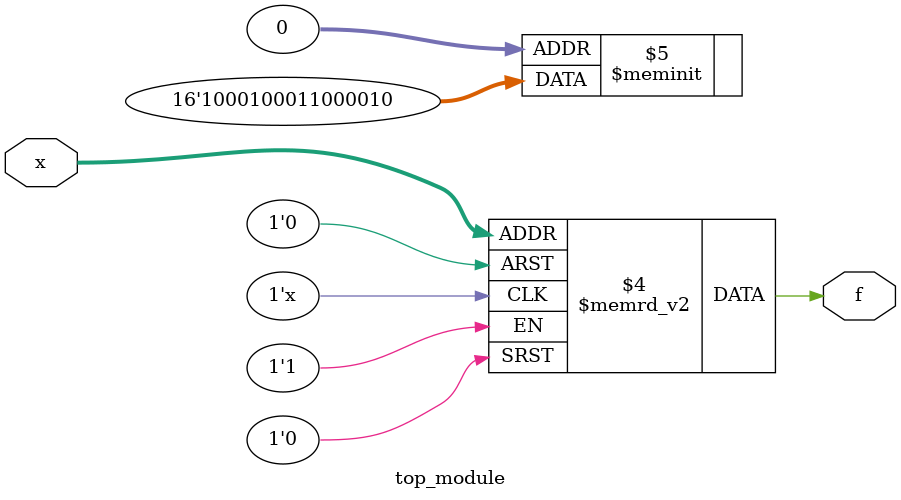
<source format=sv>
module top_module (
	input [4:1] x,
	output logic f
);

always_comb begin
	case (x)
		4'b0001: f = 1;
		4'b0010: f = 0;
		4'b0011: f = 0;
		4'b0101: f = 0;
		4'b0110: f = 1;
		4'b0111: f = 1;
		4'b1000: f = 0;
		4'b1001: f = 0;
		4'b1011: f = 1;
		4'b1100: f = 0;
		4'b1101: f = 0;
		4'b1110: f = 0;
		4'b1111: f = 1;
		default: f = 0;
	endcase
end

endmodule

</source>
